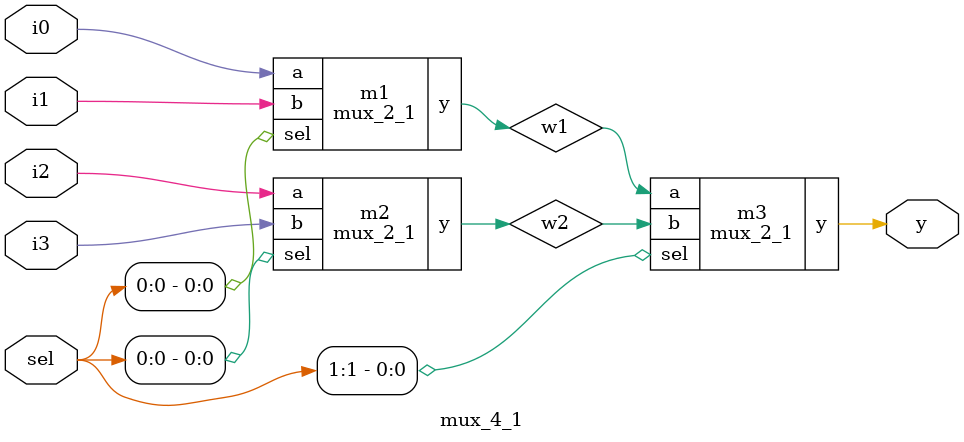
<source format=v>
module mux_2_1 (
    input a, b, sel,   
    output reg y       
);
    always @(*) begin
        if (sel) 
            y = b;    
        else 
            y = a;     
    end
endmodule

// --- 4-to-1 Multiplexer ---
module mux_4_1 (
    input i0, i1, i2, i3, 
    input [1:0] sel,      
    output y              
);

    wire w1, w2; 

    mux_2_1 m1(.a(i0), .b(i1), .sel(sel[0]), .y(w1));
    mux_2_1 m2(.a(i2), .b(i3), .sel(sel[0]), .y(w2));
    mux_2_1 m3(.a(w1), .b(w2), .sel(sel[1]), .y(y));


endmodule
</source>
